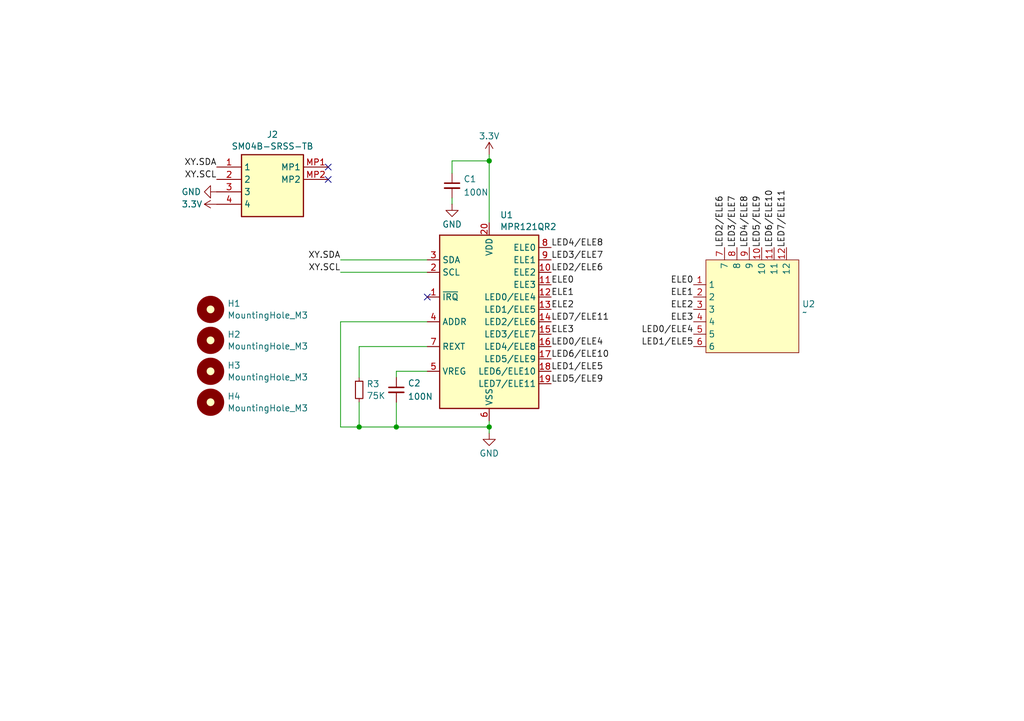
<source format=kicad_sch>
(kicad_sch (version 20250114) (generator "eeschema") (generator_version "9.0")
  (paper "A5")
  (lib_symbols
    (symbol "1New_Library:touchpad6x6"
      (property "Reference" "U" (at 0 0 0))
      (symbol "touchpad6x6_0_1"
        (rectangle (start -8.89 21.59) (end 10.16 2.54) (fill (type background)))
      )
      (symbol "touchpad6x6_1_1"
        (pin unspecified line (at -11.43 16.51 0) (length 2.54) (name "1") (number "1"))
        (pin unspecified line (at -11.43 13.97 0) (length 2.54) (name "2") (number "2"))
        (pin unspecified line (at -11.43 11.43 0) (length 2.54) (name "3") (number "3"))
        (pin unspecified line (at -11.43 8.89 0) (length 2.54) (name "4") (number "4"))
        (pin unspecified line (at -11.43 6.35 0) (length 2.54) (name "5") (number "5"))
        (pin unspecified line (at -11.43 3.81 0) (length 2.54) (name "6") (number "6"))
        (pin unspecified line (at -5.08 24.13 270) (length 2.54) (name "7") (number "7"))
        (pin unspecified line (at -2.54 24.13 270) (length 2.54) (name "8") (number "8"))
        (pin unspecified line (at 0 24.13 270) (length 2.54) (name "9") (number "9"))
        (pin unspecified line (at 2.54 24.13 270) (length 2.54) (name "10") (number "10"))
        (pin unspecified line (at 5.08 24.13 270) (length 2.54) (name "11") (number "11"))
        (pin unspecified line (at 7.62 24.13 270) (length 2.54) (name "12") (number "12"))
      )
    )
    (symbol "Device:C_Small" (pin_numbers (hide yes)) (pin_names (offset 0.254) (hide yes))
      (property "Reference" "C" (at 0.254 1.778 0))
      (property "Value" "C_Small" (at 0.254 -2.032 0))
      (symbol "C_Small_0_1"
        (polyline (pts (xy -1.524 0.508) (xy 1.524 0.508)) (stroke (width 0.3048)))
        (polyline (pts (xy -1.524 -0.508) (xy 1.524 -0.508)) (stroke (width 0.3302)))
      )
      (symbol "C_Small_1_1"
        (pin passive line (at 0 2.54 270) (length 2.032) (name "~") (number "1"))
        (pin passive line (at 0 -2.54 90) (length 2.032) (name "~") (number "2"))
      )
    )
    (symbol "Device:R_Small" (pin_numbers (hide yes)) (pin_names (offset 0.254) (hide yes))
      (property "Reference" "R" (at 0.762 0.508 0))
      (property "Value" "R_Small" (at 0.762 -1.016 0))
      (symbol "R_Small_0_1"
        (rectangle (start -0.762 1.778) (end 0.762 -1.778) (stroke (width 0.2032)))
      )
      (symbol "R_Small_1_1"
        (pin passive line (at 0 2.54 270) (length 0.762) (name "~") (number "1"))
        (pin passive line (at 0 -2.54 90) (length 0.762) (name "~") (number "2"))
      )
    )
    (symbol "PCM_SL_Mechanical:MountingHole_M3"
      (property "Reference" "H" (at 0 7.62 0))
      (property "Value" "MountingHole_M3" (at 0 5.08 0))
      (symbol "MountingHole_M3_0_1"
        (circle (center 0 0) (radius 1.27) (fill (type background)))
        (circle (center 0 0) (radius 1.7961) (stroke (width 2)))
      )
    )
    (symbol "SM04B-SRSS-TB:SM04B-SRSS-TB"
      (property "Reference" "J" (at 19.05 7.62 0))
      (property "Value" "SM04B-SRSS-TB" (at 19.05 5.08 0))
      (symbol "SM04B-SRSS-TB_1_1"
        (rectangle (start 5.08 2.54) (end 17.78 -10.16) (stroke (width 0.254)) (fill (type background)))
        (pin passive line (at 0 0 0) (length 5.08) (name "MP1") (number "MP1"))
        (pin passive line (at 0 -2.54 0) (length 5.08) (name "MP2") (number "MP2"))
        (pin passive line (at 22.86 0 180) (length 5.08) (name "1") (number "1"))
        (pin passive line (at 22.86 -2.54 180) (length 5.08) (name "2") (number "2"))
        (pin passive line (at 22.86 -5.08 180) (length 5.08) (name "3") (number "3"))
        (pin passive line (at 22.86 -7.62 180) (length 5.08) (name "4") (number "4"))
      )
    )
    (symbol "Sensor_Touch:MPR121QR2"
      (property "Reference" "U" (at -10.16 19.05 0))
      (property "Value" "MPR121QR2" (at 6.35 19.05 0))
      (symbol "MPR121QR2_0_1"
        (rectangle (start -10.16 17.78) (end 10.16 -17.78) (stroke (width 0.254)) (fill (type background)))
      )
      (symbol "MPR121QR2_1_1"
        (pin bidirectional line (at -12.7 12.7 0) (length 2.54) (name "SDA") (number "3"))
        (pin input line (at -12.7 10.16 0) (length 2.54) (name "SCL") (number "2"))
        (pin open_collector line (at -12.7 5.08 0) (length 2.54) (name "~{IRQ}") (number "1"))
        (pin input line (at -12.7 0 0) (length 2.54) (name "ADDR") (number "4"))
        (pin passive line (at -12.7 -5.08 0) (length 2.54) (name "REXT") (number "7"))
        (pin passive line (at -12.7 -10.16 0) (length 2.54) (name "VREG") (number "5"))
        (pin power_in line (at 0 20.32 270) (length 2.54) (name "VDD") (number "20"))
        (pin power_in line (at 0 -20.32 90) (length 2.54) (name "VSS") (number "6"))
        (pin passive line (at 12.7 15.24 180) (length 2.54) (name "ELE0") (number "8"))
        (pin passive line (at 12.7 12.7 180) (length 2.54) (name "ELE1") (number "9"))
        (pin passive line (at 12.7 10.16 180) (length 2.54) (name "ELE2") (number "10"))
        (pin passive line (at 12.7 7.62 180) (length 2.54) (name "ELE3") (number "11"))
        (pin passive line (at 12.7 5.08 180) (length 2.54) (name "LED0/ELE4") (number "12"))
        (pin passive line (at 12.7 2.54 180) (length 2.54) (name "LED1/ELE5") (number "13"))
        (pin passive line (at 12.7 0 180) (length 2.54) (name "LED2/ELE6") (number "14"))
        (pin passive line (at 12.7 -2.54 180) (length 2.54) (name "LED3/ELE7") (number "15"))
        (pin passive line (at 12.7 -5.08 180) (length 2.54) (name "LED4/ELE8") (number "16"))
        (pin passive line (at 12.7 -7.62 180) (length 2.54) (name "LED5/ELE9") (number "17"))
        (pin passive line (at 12.7 -10.16 180) (length 2.54) (name "LED6/ELE10") (number "18"))
        (pin passive line (at 12.7 -12.7 180) (length 2.54) (name "LED7/ELE11") (number "19"))
      )
    )
    (symbol "SparkFun-PowerSymbol:3.3V" (power) (pin_names (offset 0))
      (property "Value" "3.3V" (at 0 3.81 0))
      (symbol "3.3V_0_1"
        (polyline (pts (xy -0.762 1.27) (xy 0 2.54)))
        (polyline (pts (xy 0 2.54) (xy 0.762 1.27)))
        (polyline (pts (xy 0 0) (xy 0 2.54)))
      )
      (symbol "3.3V_1_1"
        (pin power_in line (at 0 0 90) (length 0) (hide yes) (name "3.3V") (number "1"))
      )
    )
    (symbol "power:GND" (power) (pin_numbers (hide yes)) (pin_names (offset 0) (hide yes))
      (property "Value" "GND" (at 0 -3.81 0))
      (symbol "GND_0_1"
        (polyline (pts (xy 0 0) (xy 0 -1.27) (xy 1.27 -1.27) (xy 0 -2.54) (xy -1.27 -1.27) (xy 0 -1.27)))
      )
      (symbol "GND_1_1"
        (pin power_in line (at 0 0 270) (length 0) (name "~") (number "1"))
      )
    )
  )
  (junction (at 73.66 87.63))
  (junction (at 81.28 87.63))
  (junction (at 100.33 87.63))
  (junction (at 100.33 33.02))
  (no_connect (at 67.31 34.29))
  (no_connect (at 87.63 60.96))
  (no_connect (at 67.31 36.83))
  (wire (pts (xy 73.66 87.63) (xy 81.28 87.63)))
  (wire (pts (xy 73.66 71.12) (xy 87.63 71.12)))
  (wire (pts (xy 100.33 31.75) (xy 100.33 33.02)))
  (wire (pts (xy 69.85 87.63) (xy 73.66 87.63)))
  (wire (pts (xy 69.85 66.04) (xy 69.85 87.63)))
  (wire (pts (xy 92.71 33.02) (xy 92.71 35.56)))
  (wire (pts (xy 73.66 82.55) (xy 73.66 87.63)))
  (wire (pts (xy 81.28 87.63) (xy 81.28 82.55)))
  (wire (pts (xy 100.33 87.63) (xy 81.28 87.63)))
  (wire (pts (xy 92.71 40.64) (xy 92.71 41.91)))
  (wire (pts (xy 100.33 87.63) (xy 100.33 88.9)))
  (wire (pts (xy 81.28 76.2) (xy 87.63 76.2)))
  (wire (pts (xy 69.85 53.34) (xy 87.63 53.34)))
  (wire (pts (xy 73.66 77.47) (xy 73.66 71.12)))
  (wire (pts (xy 100.33 45.72) (xy 100.33 33.02)))
  (wire (pts (xy 100.33 86.36) (xy 100.33 87.63)))
  (wire (pts (xy 100.33 33.02) (xy 92.71 33.02)))
  (wire (pts (xy 87.63 66.04) (xy 69.85 66.04)))
  (wire (pts (xy 81.28 77.47) (xy 81.28 76.2)))
  (wire (pts (xy 69.85 55.88) (xy 87.63 55.88)))
  (label "XY.SCL" (at 69.85 55.88 180))
  (label "ELE3" (at 142.24 66.04 180))
  (label "XY.SCL" (at 44.45 36.83 180))
  (label "LED4/ELE8" (at 113.03 50.8 0))
  (label "XY.SDA" (at 44.45 34.29 180))
  (label "ELE2" (at 142.24 63.5 180))
  (label "ELE1" (at 113.03 60.96 0))
  (label "LED4/ELE8" (at 153.67 50.8 90))
  (label "LED0/ELE4" (at 113.03 71.12 0))
  (label "ELE0" (at 113.03 58.42 0))
  (label "LED5/ELE9" (at 156.21 50.8 90))
  (label "XY.SDA" (at 69.85 53.34 180))
  (label "LED0/ELE4" (at 142.24 68.58 180))
  (label "LED6/ELE10" (at 158.75 50.8 90))
  (label "LED7/ELE11" (at 113.03 66.04 0))
  (label "LED2/ELE6" (at 113.03 55.88 0))
  (label "ELE0" (at 142.24 58.42 180))
  (label "LED1/ELE5" (at 142.24 71.12 180))
  (label "ELE3" (at 113.03 68.58 0))
  (label "LED3/ELE7" (at 151.13 50.8 90))
  (label "ELE2" (at 113.03 63.5 0))
  (label "LED3/ELE7" (at 113.03 53.34 0))
  (label "LED5/ELE9" (at 113.03 78.74 0))
  (label "ELE1" (at 142.24 60.96 180))
  (label "LED2/ELE6" (at 148.59 50.8 90))
  (label "LED1/ELE5" (at 113.03 76.2 0))
  (label "LED7/ELE11" (at 161.29 50.8 90))
  (label "LED6/ELE10" (at 113.03 73.66 0))
  (symbol (lib_id "Device:C_Small") (at 81.28 80.01 0) (unit 1)
    (property "Reference" "C2" (at 83.6041 78.6446 0) (effects (justify left)))
    (property "Value" "100N" (at 83.6041 81.3879 0) (effects (justify left)))
    (property "Footprint" "PCM_Capacitor_SMD_AKL:C_0805_2012Metric" (effects (hide yes)))
    (property "Description" "Unpolarized capacitor, small symbol" (effects (hide yes)))
  )
  (symbol (lib_id "SparkFun-PowerSymbol:3.3V") (at 44.45 41.91 90) (unit 1)
    (property "Reference" "#PWR03" (effects (hide yes)))
    (property "Value" "3.3V" (at 39.37 41.91 90))
    (property "Description" "Power symbol creates a global label with name \"3.3V\"" (effects (hide yes)))
  )
  (symbol (lib_id "power:GND") (at 44.45 39.37 270) (unit 1)
    (property "Reference" "#PWR04" (effects (hide yes)))
    (property "Value" "GND" (at 41.2751 39.37 90) (effects (justify right)))
    (property "Description" "Power symbol creates a global label with name \"GND\" , ground" (effects (hide yes)))
  )
  (symbol (lib_id "Sensor_Touch:MPR121QR2") (at 100.33 66.04 0) (unit 1)
    (property "Reference" "U1" (at 102.5241 44.1155 0) (effects (justify left)))
    (property "Value" "MPR121QR2" (at 102.5241 46.5398 0) (effects (justify left)))
    (property "Footprint" "Package_DFN_QFN:UQFN-20_3x3mm_P0.4mm" (effects (hide yes)))
    (property "Datasheet" "https://resurgentsemi.com/wp-content/uploads/2018/09/MPR121_rev5-Resurgent.pdf?d453f8&d453f8" (effects (hide yes)))
    (property "Description" "12ch Touch Sensor controller, UQFN-20" (effects (hide yes)))
  )
  (symbol (lib_id "power:GND") (at 100.33 88.9 0) (unit 1)
    (property "Reference" "#PWR05" (effects (hide yes)))
    (property "Value" "GND" (at 100.33 93.0331 0))
    (property "Description" "Power symbol creates a global label with name \"GND\" , ground" (effects (hide yes)))
  )
  (symbol (lib_id "PCM_SL_Mechanical:MountingHole_M3") (at 43.18 76.2 0) (unit 1)
    (property "Reference" "H3" (at 46.6111 74.9878 0) (effects (justify left)))
    (property "Value" "MountingHole_M3" (at 46.6111 77.4121 0) (effects (justify left)))
    (property "Footprint" "MountingHole:MountingHole_3.2mm_M3" (effects (hide yes)))
    (property "Description" "3.2mm Diameter Mounting Hole (M3)" (effects (hide yes)))
  )
  (symbol (lib_id "Device:C_Small") (at 92.71 38.1 0) (unit 1)
    (property "Reference" "C1" (at 95.0341 36.7346 0) (effects (justify left)))
    (property "Value" "100N" (at 95.0341 39.4779 0) (effects (justify left)))
    (property "Footprint" "PCM_Capacitor_SMD_AKL:C_0805_2012Metric" (effects (hide yes)))
    (property "Description" "Unpolarized capacitor, small symbol" (effects (hide yes)))
  )
  (symbol (lib_id "power:GND") (at 92.71 41.91 0) (unit 1)
    (property "Reference" "#PWR02" (effects (hide yes)))
    (property "Value" "GND" (at 92.71 46.0431 0))
    (property "Description" "Power symbol creates a global label with name \"GND\" , ground" (effects (hide yes)))
  )
  (symbol (lib_id "Device:R_Small") (at 73.66 80.01 180) (unit 1)
    (property "Reference" "R3" (at 75.1586 78.7978 0) (effects (justify right)))
    (property "Value" "75K" (at 75.1586 81.2221 0) (effects (justify right)))
    (property "Footprint" "PCM_Resistor_SMD_AKL:R_0805_2012Metric" (effects (hide yes)))
    (property "Description" "Resistor, small symbol" (effects (hide yes)))
  )
  (symbol (lib_id "PCM_SL_Mechanical:MountingHole_M3") (at 43.18 69.85 0) (unit 1)
    (property "Reference" "H2" (at 46.6111 68.6378 0) (effects (justify left)))
    (property "Value" "MountingHole_M3" (at 46.6111 71.0621 0) (effects (justify left)))
    (property "Footprint" "MountingHole:MountingHole_3.2mm_M3" (effects (hide yes)))
    (property "Description" "3.2mm Diameter Mounting Hole (M3)" (effects (hide yes)))
  )
  (symbol (lib_id "1New_Library:touchpad6x6") (at 153.67 74.93 0) (unit 1)
    (property "Reference" "U2" (at 164.465 62.3958 0) (effects (justify left)))
    (property "Value" "~" (at 164.465 64.0772 0) (effects (justify left)))
    (property "Footprint" "1MyLibrary:touchpad6x6" (effects (hide yes)))
  )
  (symbol (lib_id "PCM_SL_Mechanical:MountingHole_M3") (at 43.18 63.5 0) (unit 1)
    (property "Reference" "H1" (at 46.6111 62.2878 0) (effects (justify left)))
    (property "Value" "MountingHole_M3" (at 46.6111 64.7121 0) (effects (justify left)))
    (property "Footprint" "MountingHole:MountingHole_3.2mm_M3" (effects (hide yes)))
    (property "Description" "3.2mm Diameter Mounting Hole (M3)" (effects (hide yes)))
  )
  (symbol (lib_id "SparkFun-PowerSymbol:3.3V") (at 100.33 31.75 0) (unit 1)
    (property "Reference" "#PWR01" (effects (hide yes)))
    (property "Value" "3.3V" (at 100.33 27.94 0))
    (property "Description" "Power symbol creates a global label with name \"3.3V\"" (effects (hide yes)))
  )
  (symbol (lib_id "PCM_SL_Mechanical:MountingHole_M3") (at 43.18 82.55 0) (unit 1)
    (property "Reference" "H4" (at 46.6111 81.3378 0) (effects (justify left)))
    (property "Value" "MountingHole_M3" (at 46.6111 83.7621 0) (effects (justify left)))
    (property "Footprint" "MountingHole:MountingHole_3.2mm_M3" (effects (hide yes)))
    (property "Description" "3.2mm Diameter Mounting Hole (M3)" (effects (hide yes)))
  )
  (symbol (lib_id "SM04B-SRSS-TB:SM04B-SRSS-TB") (at 67.31 34.29 0) (mirror y) (unit 1)
    (property "Reference" "J2" (at 55.88 27.6055 0))
    (property "Value" "SM04B-SRSS-TB" (at 55.88 30.0298 0))
    (property "Footprint" "footprint:SM04BSRSSTB" (effects (hide yes)))
    (property "Datasheet" "https://www.jst-mfg.com/product/pdf/eng/eSH.pdf?61bf6c80a2dbc" (effects (hide yes)))
    (property "Description" "CONN HEADER SMD R/A 4POS 1MM" (effects (hide yes)))
    (property "Height" "2.9" (effects (hide yes)))
    (property "Manufacturer_Name" "JST (JAPAN SOLDERLESS TERMINALS)" (effects (hide yes)))
    (property "Manufacturer_Part_Number" "SM04B-SRSS-TB" (effects (hide yes)))
  )
)
</source>
